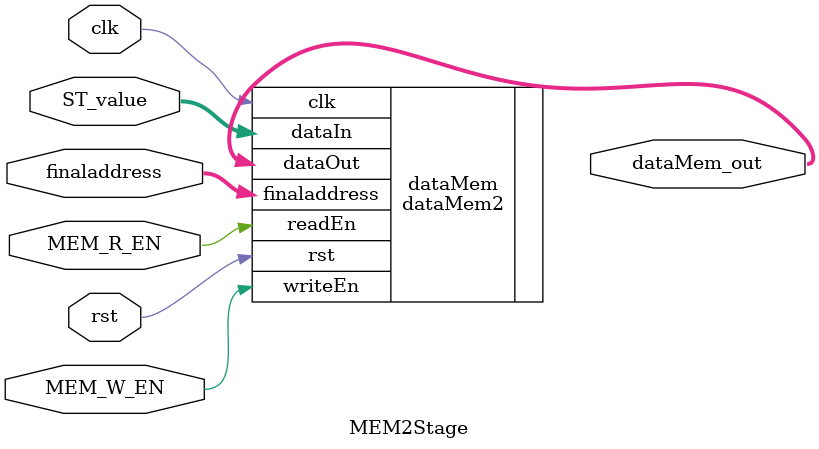
<source format=v>


module MEM2Stage (clk, rst, MEM_R_EN, MEM_W_EN, finaladdress, ST_value, dataMem_out);
  input clk, rst, MEM_R_EN, MEM_W_EN;
  input [31:0] finaladdress, ST_value;
  output [31:0]  dataMem_out;

  dataMem2 dataMem (
    .clk(clk),
    .rst(rst),
    .writeEn(MEM_W_EN),
    .readEn(MEM_R_EN),
    .finaladdress(finaladdress),
    .dataIn(ST_value),
    .dataOut(dataMem_out)
  );
endmodule // MEMStage



</source>
